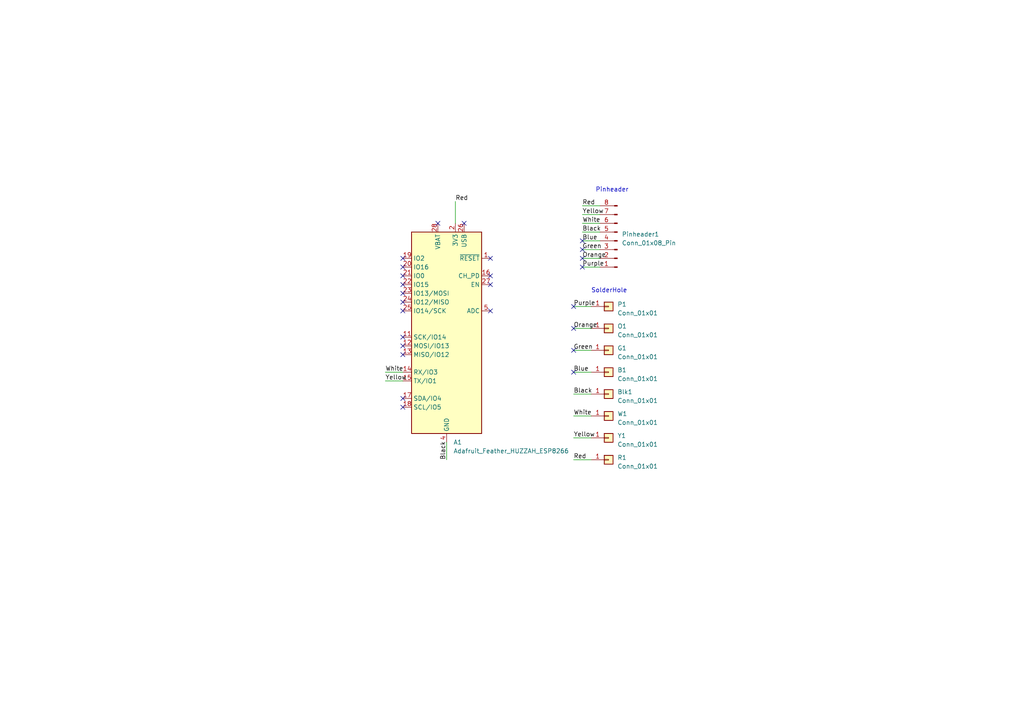
<source format=kicad_sch>
(kicad_sch (version 20230121) (generator eeschema)
  (paper "A4")
  (lib_symbols
    (symbol "Connector:Conn_01x08_Pin" (pin_names (offset 1.016) hide)
      (property "Reference" "J" (at 0 10.16 0))
      (property "Value" "Conn_01x08_Pin" (at 0 -12.7 0))
      (symbol "Conn_01x08_Pin_1_1"
        (polyline (pts (xy 1.27 -10.16) (xy 0.8636 -10.16)) (stroke (width 0.1524)))
        (polyline (pts (xy 1.27 -7.62) (xy 0.8636 -7.62)) (stroke (width 0.1524)))
        (polyline (pts (xy 1.27 -5.08) (xy 0.8636 -5.08)) (stroke (width 0.1524)))
        (polyline (pts (xy 1.27 -2.54) (xy 0.8636 -2.54)) (stroke (width 0.1524)))
        (polyline (pts (xy 1.27 0) (xy 0.8636 0)) (stroke (width 0.1524)))
        (polyline (pts (xy 1.27 2.54) (xy 0.8636 2.54)) (stroke (width 0.1524)))
        (polyline (pts (xy 1.27 5.08) (xy 0.8636 5.08)) (stroke (width 0.1524)))
        (polyline (pts (xy 1.27 7.62) (xy 0.8636 7.62)) (stroke (width 0.1524)))
        (rectangle (start 0.8636 -10.033) (end 0 -10.287) (stroke (width 0.1524)) (fill (type outline)))
        (rectangle (start 0.8636 -7.493) (end 0 -7.747) (stroke (width 0.1524)) (fill (type outline)))
        (rectangle (start 0.8636 -4.953) (end 0 -5.207) (stroke (width 0.1524)) (fill (type outline)))
        (rectangle (start 0.8636 -2.413) (end 0 -2.667) (stroke (width 0.1524)) (fill (type outline)))
        (rectangle (start 0.8636 0.127) (end 0 -0.127) (stroke (width 0.1524)) (fill (type outline)))
        (rectangle (start 0.8636 2.667) (end 0 2.413) (stroke (width 0.1524)) (fill (type outline)))
        (rectangle (start 0.8636 5.207) (end 0 4.953) (stroke (width 0.1524)) (fill (type outline)))
        (rectangle (start 0.8636 7.747) (end 0 7.493) (stroke (width 0.1524)) (fill (type outline)))
        (pin passive line (at 5.08 7.62 180) (length 3.81) (name "Pin_1") (number "1"))
        (pin passive line (at 5.08 5.08 180) (length 3.81) (name "Pin_2") (number "2"))
        (pin passive line (at 5.08 2.54 180) (length 3.81) (name "Pin_3") (number "3"))
        (pin passive line (at 5.08 0 180) (length 3.81) (name "Pin_4") (number "4"))
        (pin passive line (at 5.08 -2.54 180) (length 3.81) (name "Pin_5") (number "5"))
        (pin passive line (at 5.08 -5.08 180) (length 3.81) (name "Pin_6") (number "6"))
        (pin passive line (at 5.08 -7.62 180) (length 3.81) (name "Pin_7") (number "7"))
        (pin passive line (at 5.08 -10.16 180) (length 3.81) (name "Pin_8") (number "8"))
      )
    )
    (symbol "Connector_Generic:Conn_01x01" (pin_names (offset 1.016) hide)
      (property "Reference" "J" (at 0 2.54 0))
      (property "Value" "Conn_01x01" (at 0 -2.54 0))
      (symbol "Conn_01x01_1_1"
        (rectangle (start -1.27 0.127) (end 0 -0.127) (stroke (width 0.1524)))
        (rectangle (start -1.27 1.27) (end 1.27 -1.27) (stroke (width 0.254)) (fill (type background)))
        (pin passive line (at -5.08 0 0) (length 3.81) (name "Pin_1") (number "1"))
      )
    )
    (symbol "MCU_Module:Adafruit_Feather_HUZZAH_ESP8266"
      (property "Reference" "A" (at -10.16 29.21 0))
      (property "Value" "Adafruit_Feather_HUZZAH_ESP8266" (at 2.54 -31.75 0))
      (symbol "Adafruit_Feather_HUZZAH_ESP8266_0_1"
        (rectangle (start -10.16 27.94) (end 10.16 -30.48) (stroke (width 0.254)) (fill (type background)))
      )
      (symbol "Adafruit_Feather_HUZZAH_ESP8266_1_1"
        (pin input line (at 12.7 20.32 180) (length 2.54) (name "~{RESET}") (number "1"))
        (pin no_connect line (at 10.16 -7.62 180) (length 2.54) hide (name "NC") (number "10"))
        (pin bidirectional line (at -12.7 -2.54 0) (length 2.54) (name "SCK/IO14") (number "11"))
        (pin bidirectional line (at -12.7 -5.08 0) (length 2.54) (name "MOSI/IO13") (number "12"))
        (pin bidirectional line (at -12.7 -7.62 0) (length 2.54) (name "MISO/IO12") (number "13"))
        (pin bidirectional line (at -12.7 -12.7 0) (length 2.54) (name "RX/IO3") (number "14"))
        (pin bidirectional line (at -12.7 -15.24 0) (length 2.54) (name "TX/IO1") (number "15"))
        (pin bidirectional line (at 12.7 15.24 180) (length 2.54) (name "CH_PD") (number "16"))
        (pin bidirectional line (at -12.7 -20.32 0) (length 2.54) (name "SDA/IO4") (number "17"))
        (pin bidirectional line (at -12.7 -22.86 0) (length 2.54) (name "SCL/IO5") (number "18"))
        (pin bidirectional line (at -12.7 20.32 0) (length 2.54) (name "IO2") (number "19"))
        (pin power_in line (at 2.54 30.48 270) (length 2.54) (name "3V3") (number "2"))
        (pin bidirectional line (at -12.7 17.78 0) (length 2.54) (name "IO16") (number "20"))
        (pin bidirectional line (at -12.7 15.24 0) (length 2.54) (name "IO0") (number "21"))
        (pin bidirectional line (at -12.7 12.7 0) (length 2.54) (name "IO15") (number "22"))
        (pin bidirectional line (at -12.7 10.16 0) (length 2.54) (name "IO13/MOSI") (number "23"))
        (pin bidirectional line (at -12.7 7.62 0) (length 2.54) (name "IO12/MISO") (number "24"))
        (pin bidirectional line (at -12.7 5.08 0) (length 2.54) (name "IO14/SCK") (number "25"))
        (pin power_in line (at 5.08 30.48 270) (length 2.54) (name "USB") (number "26"))
        (pin input line (at 12.7 12.7 180) (length 2.54) (name "EN") (number "27"))
        (pin power_in line (at -2.54 30.48 270) (length 2.54) (name "VBAT") (number "28"))
        (pin no_connect line (at 10.16 10.16 180) (length 2.54) hide (name "NC") (number "3"))
        (pin power_in line (at 0 -33.02 90) (length 2.54) (name "GND") (number "4"))
        (pin bidirectional line (at 12.7 5.08 180) (length 2.54) (name "ADC") (number "5"))
        (pin no_connect line (at 10.16 2.54 180) (length 2.54) hide (name "NC") (number "6"))
        (pin no_connect line (at 10.16 0 180) (length 2.54) hide (name "NC") (number "7"))
        (pin no_connect line (at 10.16 -2.54 180) (length 2.54) hide (name "NC") (number "8"))
        (pin no_connect line (at 10.16 -5.08 180) (length 2.54) hide (name "NC") (number "9"))
      )
    )
  )
  (no_connect (at 116.84 77.47))
  (no_connect (at 168.91 69.85))
  (no_connect (at 166.37 101.6))
  (no_connect (at 166.37 107.95))
  (no_connect (at 116.84 87.63))
  (no_connect (at 166.37 88.9))
  (no_connect (at 134.62 64.77))
  (no_connect (at 116.84 74.93))
  (no_connect (at 142.24 90.17))
  (no_connect (at 116.84 100.33))
  (no_connect (at 116.84 82.55))
  (no_connect (at 166.37 95.25))
  (no_connect (at 127 64.77))
  (no_connect (at 168.91 74.93))
  (no_connect (at 142.24 80.01))
  (no_connect (at 116.84 97.79))
  (no_connect (at 142.24 82.55))
  (no_connect (at 116.84 85.09))
  (no_connect (at 116.84 90.17))
  (no_connect (at 168.91 77.47))
  (no_connect (at 168.91 72.39))
  (no_connect (at 142.24 74.93))
  (no_connect (at 116.84 102.87))
  (no_connect (at 116.84 115.57))
  (no_connect (at 116.84 118.11))
  (no_connect (at 116.84 80.01))
  (wire (pts (xy 168.91 59.69) (xy 173.99 59.69)))
  (wire (pts (xy 166.37 120.65) (xy 171.45 120.65)))
  (wire (pts (xy 168.91 72.39) (xy 173.99 72.39)))
  (wire (pts (xy 168.91 77.47) (xy 173.99 77.47)))
  (wire (pts (xy 132.08 58.42) (xy 132.08 64.77)))
  (wire (pts (xy 129.54 133.35) (xy 129.54 128.27)))
  (wire (pts (xy 166.37 114.3) (xy 171.45 114.3)))
  (wire (pts (xy 166.37 107.95) (xy 171.45 107.95)))
  (wire (pts (xy 111.76 107.95) (xy 116.84 107.95)))
  (wire (pts (xy 111.76 110.49) (xy 116.84 110.49)))
  (wire (pts (xy 168.91 67.31) (xy 173.99 67.31)))
  (wire (pts (xy 166.37 95.25) (xy 171.45 95.25)))
  (wire (pts (xy 168.91 62.23) (xy 173.99 62.23)))
  (wire (pts (xy 168.91 74.93) (xy 173.99 74.93)))
  (wire (pts (xy 168.91 64.77) (xy 173.99 64.77)))
  (wire (pts (xy 166.37 133.35) (xy 171.45 133.35)))
  (wire (pts (xy 168.91 69.85) (xy 173.99 69.85)))
  (wire (pts (xy 166.37 101.6) (xy 171.45 101.6)))
  (wire (pts (xy 166.37 88.9) (xy 171.45 88.9)))
  (wire (pts (xy 166.37 127) (xy 171.45 127)))
  (text "SolderHole" (at 171.45 85.09 0) (effects (font (size 1.27 1.27)) (justify left bottom)))
  (text "Pinheader" (at 172.72 55.88 0) (effects (font (size 1.27 1.27)) (justify left bottom)))
  (label "White" (at 168.91 64.77 0))
  (label "Black" (at 168.91 67.31 0))
  (label "Red" (at 132.08 58.42 0))
  (label "Yellow" (at 166.37 127 0))
  (label "Purple" (at 168.91 77.47 0))
  (label "White" (at 166.37 120.65 0))
  (label "Green" (at 168.91 72.39 0))
  (label "White" (at 111.76 107.95 0))
  (label "Black" (at 129.54 133.35 90))
  (label "Yellow" (at 111.76 110.49 0))
  (label "Red" (at 168.91 59.69 0))
  (label "Orange" (at 168.91 74.93 0))
  (label "Green" (at 166.37 101.6 0))
  (label "Orange" (at 166.37 95.25 0))
  (label "Blue" (at 168.91 69.85 0))
  (label "Black" (at 166.37 114.3 0))
  (label "Purple" (at 166.37 88.9 0))
  (label "Red" (at 166.37 133.35 0))
  (label "Yellow" (at 168.91 62.23 0))
  (label "Blue" (at 166.37 107.95 0))
  (symbol (lib_id "Connector_Generic:Conn_01x01") (at 176.53 114.3 0) (unit 1)
    (property "Reference" "Blk1" (at 179.07 113.665 0) (effects (justify left)))
    (property "Value" "Conn_01x01" (at 179.07 116.205 0) (effects (justify left)))
    (property "Footprint" "Connector_Wire:SolderWire-0.75sqmm_1x01_D1.25mm_OD2.3mm" (effects hide))
  )
  (symbol (lib_id "Connector_Generic:Conn_01x01") (at 176.53 88.9 0) (unit 1)
    (property "Reference" "P1" (at 179.07 88.265 0) (effects (justify left)))
    (property "Value" "Conn_01x01" (at 179.07 90.805 0) (effects (justify left)))
    (property "Footprint" "Connector_Wire:SolderWire-0.75sqmm_1x01_D1.25mm_OD2.3mm" (effects hide))
  )
  (symbol (lib_id "Connector_Generic:Conn_01x01") (at 176.53 107.95 0) (unit 1)
    (property "Reference" "B1" (at 179.07 107.315 0) (effects (justify left)))
    (property "Value" "Conn_01x01" (at 179.07 109.855 0) (effects (justify left)))
    (property "Footprint" "Connector_Wire:SolderWire-0.75sqmm_1x01_D1.25mm_OD2.3mm" (effects hide))
  )
  (symbol (lib_id "Connector_Generic:Conn_01x01") (at 176.53 127 0) (unit 1)
    (property "Reference" "Y1" (at 179.07 126.365 0) (effects (justify left)))
    (property "Value" "Conn_01x01" (at 179.07 128.905 0) (effects (justify left)))
    (property "Footprint" "Connector_Wire:SolderWire-0.75sqmm_1x01_D1.25mm_OD2.3mm" (effects hide))
  )
  (symbol (lib_id "Connector_Generic:Conn_01x01") (at 176.53 133.35 0) (unit 1)
    (property "Reference" "R1" (at 179.07 132.715 0) (effects (justify left)))
    (property "Value" "Conn_01x01" (at 179.07 135.255 0) (effects (justify left)))
    (property "Footprint" "Connector_Wire:SolderWire-0.75sqmm_1x01_D1.25mm_OD2.3mm" (effects hide))
  )
  (symbol (lib_id "Connector:Conn_01x08_Pin") (at 179.07 69.85 180) (unit 1)
    (property "Reference" "Pinheader1" (at 180.34 67.945 0) (effects (justify right)))
    (property "Value" "Conn_01x08_Pin" (at 180.34 70.485 0) (effects (justify right)))
    (property "Footprint" "Connector_PinHeader_2.54mm:PinHeader_1x08_P2.54mm_Vertical" (effects hide))
  )
  (symbol (lib_id "MCU_Module:Adafruit_Feather_HUZZAH_ESP8266") (at 129.54 95.25 0) (unit 1)
    (property "Reference" "A1" (at 131.4959 128.27 0) (effects (justify left)))
    (property "Value" "Adafruit_Feather_HUZZAH_ESP8266" (at 131.4959 130.81 0) (effects (justify left)))
    (property "Footprint" "Module:Adafruit_Feather_WithMountingHoles" (effects hide))
    (property "Datasheet" "https://cdn-learn.adafruit.com/downloads/pdf/adafruit-feather-huzzah-esp8266.pdf" (effects hide))
  )
  (symbol (lib_id "Connector_Generic:Conn_01x01") (at 176.53 120.65 0) (unit 1)
    (property "Reference" "W1" (at 179.07 120.015 0) (effects (justify left)))
    (property "Value" "Conn_01x01" (at 179.07 122.555 0) (effects (justify left)))
    (property "Footprint" "Connector_Wire:SolderWire-0.75sqmm_1x01_D1.25mm_OD2.3mm" (effects hide))
  )
  (symbol (lib_id "Connector_Generic:Conn_01x01") (at 176.53 101.6 0) (unit 1)
    (property "Reference" "G1" (at 179.07 100.965 0) (effects (justify left)))
    (property "Value" "Conn_01x01" (at 179.07 103.505 0) (effects (justify left)))
    (property "Footprint" "Connector_Wire:SolderWire-0.75sqmm_1x01_D1.25mm_OD2.3mm" (effects hide))
  )
  (symbol (lib_id "Connector_Generic:Conn_01x01") (at 176.53 95.25 0) (unit 1)
    (property "Reference" "O1" (at 179.07 94.615 0) (effects (justify left)))
    (property "Value" "Conn_01x01" (at 179.07 97.155 0) (effects (justify left)))
    (property "Footprint" "Connector_Wire:SolderWire-0.75sqmm_1x01_D1.25mm_OD2.3mm" (effects hide))
  )
)
</source>
